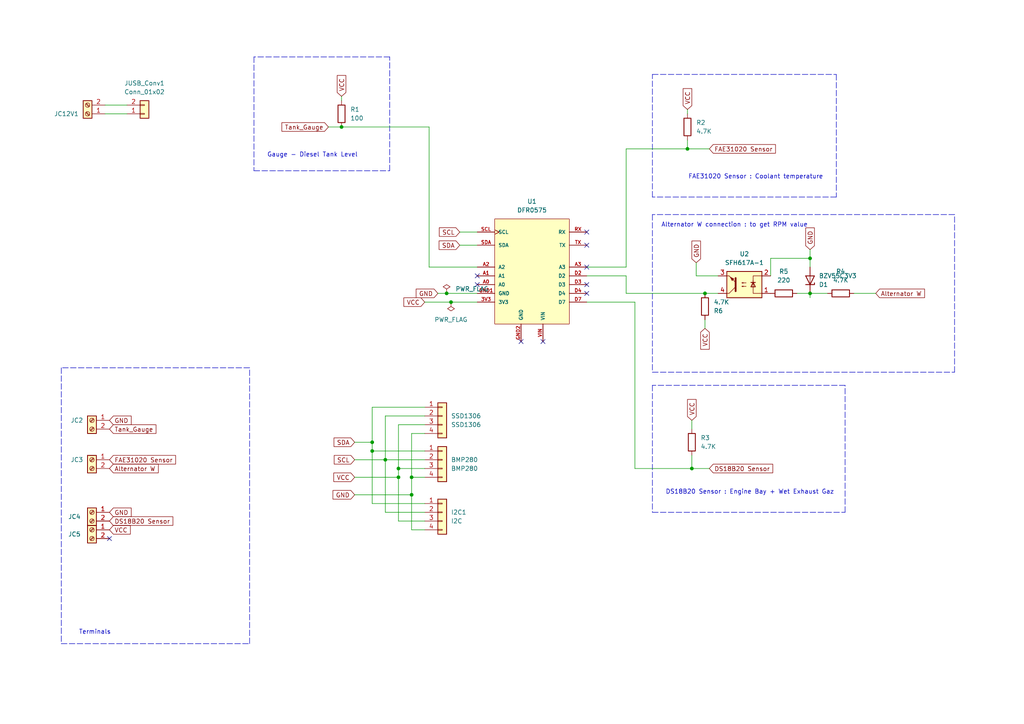
<source format=kicad_sch>
(kicad_sch (version 20211123) (generator eeschema)

  (uuid b14979ab-6438-44db-af04-403344a8c851)

  (paper "A4")

  (lib_symbols
    (symbol "Connector:Screw_Terminal_01x02" (pin_names (offset 1.016) hide) (in_bom yes) (on_board yes)
      (property "Reference" "J" (id 0) (at 0 2.54 0)
        (effects (font (size 1.27 1.27)))
      )
      (property "Value" "Screw_Terminal_01x02" (id 1) (at 0 -5.08 0)
        (effects (font (size 1.27 1.27)))
      )
      (property "Footprint" "" (id 2) (at 0 0 0)
        (effects (font (size 1.27 1.27)) hide)
      )
      (property "Datasheet" "~" (id 3) (at 0 0 0)
        (effects (font (size 1.27 1.27)) hide)
      )
      (property "ki_keywords" "screw terminal" (id 4) (at 0 0 0)
        (effects (font (size 1.27 1.27)) hide)
      )
      (property "ki_description" "Generic screw terminal, single row, 01x02, script generated (kicad-library-utils/schlib/autogen/connector/)" (id 5) (at 0 0 0)
        (effects (font (size 1.27 1.27)) hide)
      )
      (property "ki_fp_filters" "TerminalBlock*:*" (id 6) (at 0 0 0)
        (effects (font (size 1.27 1.27)) hide)
      )
      (symbol "Screw_Terminal_01x02_1_1"
        (rectangle (start -1.27 1.27) (end 1.27 -3.81)
          (stroke (width 0.254) (type default) (color 0 0 0 0))
          (fill (type background))
        )
        (circle (center 0 -2.54) (radius 0.635)
          (stroke (width 0.1524) (type default) (color 0 0 0 0))
          (fill (type none))
        )
        (polyline
          (pts
            (xy -0.5334 -2.2098)
            (xy 0.3302 -3.048)
          )
          (stroke (width 0.1524) (type default) (color 0 0 0 0))
          (fill (type none))
        )
        (polyline
          (pts
            (xy -0.5334 0.3302)
            (xy 0.3302 -0.508)
          )
          (stroke (width 0.1524) (type default) (color 0 0 0 0))
          (fill (type none))
        )
        (polyline
          (pts
            (xy -0.3556 -2.032)
            (xy 0.508 -2.8702)
          )
          (stroke (width 0.1524) (type default) (color 0 0 0 0))
          (fill (type none))
        )
        (polyline
          (pts
            (xy -0.3556 0.508)
            (xy 0.508 -0.3302)
          )
          (stroke (width 0.1524) (type default) (color 0 0 0 0))
          (fill (type none))
        )
        (circle (center 0 0) (radius 0.635)
          (stroke (width 0.1524) (type default) (color 0 0 0 0))
          (fill (type none))
        )
        (pin passive line (at -5.08 0 0) (length 3.81)
          (name "Pin_1" (effects (font (size 1.27 1.27))))
          (number "1" (effects (font (size 1.27 1.27))))
        )
        (pin passive line (at -5.08 -2.54 0) (length 3.81)
          (name "Pin_2" (effects (font (size 1.27 1.27))))
          (number "2" (effects (font (size 1.27 1.27))))
        )
      )
    )
    (symbol "Connector_Generic:Conn_01x02" (pin_names (offset 1.016) hide) (in_bom yes) (on_board yes)
      (property "Reference" "J" (id 0) (at 0 2.54 0)
        (effects (font (size 1.27 1.27)))
      )
      (property "Value" "Conn_01x02" (id 1) (at 0 -5.08 0)
        (effects (font (size 1.27 1.27)))
      )
      (property "Footprint" "" (id 2) (at 0 0 0)
        (effects (font (size 1.27 1.27)) hide)
      )
      (property "Datasheet" "~" (id 3) (at 0 0 0)
        (effects (font (size 1.27 1.27)) hide)
      )
      (property "ki_keywords" "connector" (id 4) (at 0 0 0)
        (effects (font (size 1.27 1.27)) hide)
      )
      (property "ki_description" "Generic connector, single row, 01x02, script generated (kicad-library-utils/schlib/autogen/connector/)" (id 5) (at 0 0 0)
        (effects (font (size 1.27 1.27)) hide)
      )
      (property "ki_fp_filters" "Connector*:*_1x??_*" (id 6) (at 0 0 0)
        (effects (font (size 1.27 1.27)) hide)
      )
      (symbol "Conn_01x02_1_1"
        (rectangle (start -1.27 -2.413) (end 0 -2.667)
          (stroke (width 0.1524) (type default) (color 0 0 0 0))
          (fill (type none))
        )
        (rectangle (start -1.27 0.127) (end 0 -0.127)
          (stroke (width 0.1524) (type default) (color 0 0 0 0))
          (fill (type none))
        )
        (rectangle (start -1.27 1.27) (end 1.27 -3.81)
          (stroke (width 0.254) (type default) (color 0 0 0 0))
          (fill (type background))
        )
        (pin passive line (at -5.08 0 0) (length 3.81)
          (name "Pin_1" (effects (font (size 1.27 1.27))))
          (number "1" (effects (font (size 1.27 1.27))))
        )
        (pin passive line (at -5.08 -2.54 0) (length 3.81)
          (name "Pin_2" (effects (font (size 1.27 1.27))))
          (number "2" (effects (font (size 1.27 1.27))))
        )
      )
    )
    (symbol "Connector_Generic:Conn_01x04" (pin_names (offset 1.016) hide) (in_bom yes) (on_board yes)
      (property "Reference" "J" (id 0) (at 0 5.08 0)
        (effects (font (size 1.27 1.27)))
      )
      (property "Value" "Conn_01x04" (id 1) (at 0 -7.62 0)
        (effects (font (size 1.27 1.27)))
      )
      (property "Footprint" "" (id 2) (at 0 0 0)
        (effects (font (size 1.27 1.27)) hide)
      )
      (property "Datasheet" "~" (id 3) (at 0 0 0)
        (effects (font (size 1.27 1.27)) hide)
      )
      (property "ki_keywords" "connector" (id 4) (at 0 0 0)
        (effects (font (size 1.27 1.27)) hide)
      )
      (property "ki_description" "Generic connector, single row, 01x04, script generated (kicad-library-utils/schlib/autogen/connector/)" (id 5) (at 0 0 0)
        (effects (font (size 1.27 1.27)) hide)
      )
      (property "ki_fp_filters" "Connector*:*_1x??_*" (id 6) (at 0 0 0)
        (effects (font (size 1.27 1.27)) hide)
      )
      (symbol "Conn_01x04_1_1"
        (rectangle (start -1.27 -4.953) (end 0 -5.207)
          (stroke (width 0.1524) (type default) (color 0 0 0 0))
          (fill (type none))
        )
        (rectangle (start -1.27 -2.413) (end 0 -2.667)
          (stroke (width 0.1524) (type default) (color 0 0 0 0))
          (fill (type none))
        )
        (rectangle (start -1.27 0.127) (end 0 -0.127)
          (stroke (width 0.1524) (type default) (color 0 0 0 0))
          (fill (type none))
        )
        (rectangle (start -1.27 2.667) (end 0 2.413)
          (stroke (width 0.1524) (type default) (color 0 0 0 0))
          (fill (type none))
        )
        (rectangle (start -1.27 3.81) (end 1.27 -6.35)
          (stroke (width 0.254) (type default) (color 0 0 0 0))
          (fill (type background))
        )
        (pin passive line (at -5.08 2.54 0) (length 3.81)
          (name "Pin_1" (effects (font (size 1.27 1.27))))
          (number "1" (effects (font (size 1.27 1.27))))
        )
        (pin passive line (at -5.08 0 0) (length 3.81)
          (name "Pin_2" (effects (font (size 1.27 1.27))))
          (number "2" (effects (font (size 1.27 1.27))))
        )
        (pin passive line (at -5.08 -2.54 0) (length 3.81)
          (name "Pin_3" (effects (font (size 1.27 1.27))))
          (number "3" (effects (font (size 1.27 1.27))))
        )
        (pin passive line (at -5.08 -5.08 0) (length 3.81)
          (name "Pin_4" (effects (font (size 1.27 1.27))))
          (number "4" (effects (font (size 1.27 1.27))))
        )
      )
    )
    (symbol "DFR0575:DFR0575" (pin_names (offset 1.016)) (in_bom yes) (on_board yes)
      (property "Reference" "U" (id 0) (at -10.16 29.21 0)
        (effects (font (size 1.27 1.27)) (justify left bottom))
      )
      (property "Value" "DFR0575" (id 1) (at -15.24 -7.62 0)
        (effects (font (size 1.27 1.27)) (justify left bottom))
      )
      (property "Footprint" "DFRobot - Modules:Beetle ESP32 (DFR0575)" (id 2) (at 13.97 -5.08 0)
        (effects (font (size 1.27 1.27)) (justify bottom) hide)
      )
      (property "Datasheet" "" (id 3) (at 0 0 0)
        (effects (font (size 1.27 1.27)) hide)
      )
      (property "MAXIMUM_PACKAGE_HEIGHT" "Epaisseur Max : 6mm" (id 4) (at 1.27 -24.13 0)
        (effects (font (size 1.27 1.27)) (justify bottom) hide)
      )
      (property "MANUFACTURER" "DFRobot" (id 5) (at -11.43 -5.08 0)
        (effects (font (size 1.27 1.27)) (justify bottom) hide)
      )
      (property "PARTREV" "" (id 6) (at 0 0 0)
        (effects (font (size 1.27 1.27)) (justify bottom) hide)
      )
      (property "STANDARD" "Manufacturer Recommendations" (id 7) (at 2.54 -20.32 0)
        (effects (font (size 1.27 1.27)) (justify bottom) hide)
      )
      (symbol "DFR0575_0_0"
        (rectangle (start -10.16 29.21) (end 11.43 -1.27)
          (stroke (width 0.1524) (type default) (color 0 0 0 0))
          (fill (type background))
        )
        (pin power_in line (at -15.24 5.08 0) (length 5.08)
          (name "3V3" (effects (font (size 1.016 1.016))))
          (number "3V3" (effects (font (size 1.016 1.016))))
        )
        (pin bidirectional line (at -15.24 10.16 0) (length 5.08)
          (name "A0" (effects (font (size 1.016 1.016))))
          (number "A0" (effects (font (size 1.016 1.016))))
        )
        (pin bidirectional line (at -15.24 12.7 0) (length 5.08)
          (name "A1" (effects (font (size 1.016 1.016))))
          (number "A1" (effects (font (size 1.016 1.016))))
        )
        (pin bidirectional line (at -15.24 15.24 0) (length 5.08)
          (name "A2" (effects (font (size 1.016 1.016))))
          (number "A2" (effects (font (size 1.016 1.016))))
        )
        (pin bidirectional line (at 16.51 15.24 180) (length 5.08)
          (name "A3" (effects (font (size 1.016 1.016))))
          (number "A3" (effects (font (size 1.016 1.016))))
        )
        (pin bidirectional line (at 16.51 12.7 180) (length 5.08)
          (name "D2" (effects (font (size 1.016 1.016))))
          (number "D2" (effects (font (size 1.016 1.016))))
        )
        (pin bidirectional line (at 16.51 10.16 180) (length 5.08)
          (name "D3" (effects (font (size 1.016 1.016))))
          (number "D3" (effects (font (size 1.016 1.016))))
        )
        (pin bidirectional line (at 16.51 7.62 180) (length 5.08)
          (name "D4" (effects (font (size 1.016 1.016))))
          (number "D4" (effects (font (size 1.016 1.016))))
        )
        (pin bidirectional line (at 16.51 5.08 180) (length 5.08)
          (name "D7" (effects (font (size 1.016 1.016))))
          (number "D7" (effects (font (size 1.016 1.016))))
        )
        (pin power_in line (at -15.24 7.62 0) (length 5.08)
          (name "GND" (effects (font (size 1.016 1.016))))
          (number "GND1" (effects (font (size 1.016 1.016))))
        )
        (pin power_in line (at -2.54 -6.35 90) (length 5.08)
          (name "GND" (effects (font (size 1.016 1.016))))
          (number "GND2" (effects (font (size 1.016 1.016))))
        )
        (pin input line (at 16.51 25.4 180) (length 5.08)
          (name "RX" (effects (font (size 1.016 1.016))))
          (number "RX" (effects (font (size 1.016 1.016))))
        )
        (pin input clock (at -15.24 25.4 0) (length 5.08)
          (name "SCL" (effects (font (size 1.016 1.016))))
          (number "SCL" (effects (font (size 1.016 1.016))))
        )
        (pin bidirectional line (at -15.24 21.59 0) (length 5.08)
          (name "SDA" (effects (font (size 1.016 1.016))))
          (number "SDA" (effects (font (size 1.016 1.016))))
        )
        (pin output line (at 16.51 21.59 180) (length 5.08)
          (name "TX" (effects (font (size 1.016 1.016))))
          (number "TX" (effects (font (size 1.016 1.016))))
        )
        (pin power_in line (at 3.81 -6.35 90) (length 5.08)
          (name "VIN" (effects (font (size 1.016 1.016))))
          (number "VIN" (effects (font (size 1.016 1.016))))
        )
      )
    )
    (symbol "Device:R" (pin_numbers hide) (pin_names (offset 0)) (in_bom yes) (on_board yes)
      (property "Reference" "R" (id 0) (at 2.032 0 90)
        (effects (font (size 1.27 1.27)))
      )
      (property "Value" "R" (id 1) (at 0 0 90)
        (effects (font (size 1.27 1.27)))
      )
      (property "Footprint" "" (id 2) (at -1.778 0 90)
        (effects (font (size 1.27 1.27)) hide)
      )
      (property "Datasheet" "~" (id 3) (at 0 0 0)
        (effects (font (size 1.27 1.27)) hide)
      )
      (property "ki_keywords" "R res resistor" (id 4) (at 0 0 0)
        (effects (font (size 1.27 1.27)) hide)
      )
      (property "ki_description" "Resistor" (id 5) (at 0 0 0)
        (effects (font (size 1.27 1.27)) hide)
      )
      (property "ki_fp_filters" "R_*" (id 6) (at 0 0 0)
        (effects (font (size 1.27 1.27)) hide)
      )
      (symbol "R_0_1"
        (rectangle (start -1.016 -2.54) (end 1.016 2.54)
          (stroke (width 0.254) (type default) (color 0 0 0 0))
          (fill (type none))
        )
      )
      (symbol "R_1_1"
        (pin passive line (at 0 3.81 270) (length 1.27)
          (name "~" (effects (font (size 1.27 1.27))))
          (number "1" (effects (font (size 1.27 1.27))))
        )
        (pin passive line (at 0 -3.81 90) (length 1.27)
          (name "~" (effects (font (size 1.27 1.27))))
          (number "2" (effects (font (size 1.27 1.27))))
        )
      )
    )
    (symbol "Diode:BZV55C3V3" (pin_numbers hide) (pin_names hide) (in_bom yes) (on_board yes)
      (property "Reference" "D" (id 0) (at 0 2.54 0)
        (effects (font (size 1.27 1.27)))
      )
      (property "Value" "BZV55C3V3" (id 1) (at 0 -2.54 0)
        (effects (font (size 1.27 1.27)))
      )
      (property "Footprint" "Diode_SMD:D_MiniMELF" (id 2) (at 0 -4.445 0)
        (effects (font (size 1.27 1.27)) hide)
      )
      (property "Datasheet" "https://assets.nexperia.com/documents/data-sheet/BZV55_SER.pdf" (id 3) (at 0 0 0)
        (effects (font (size 1.27 1.27)) hide)
      )
      (property "ki_keywords" "zener diode" (id 4) (at 0 0 0)
        (effects (font (size 1.27 1.27)) hide)
      )
      (property "ki_description" "3.3V, 500mW, 5%, Zener diode, MiniMELF" (id 5) (at 0 0 0)
        (effects (font (size 1.27 1.27)) hide)
      )
      (property "ki_fp_filters" "D*MiniMELF*" (id 6) (at 0 0 0)
        (effects (font (size 1.27 1.27)) hide)
      )
      (symbol "BZV55C3V3_0_1"
        (polyline
          (pts
            (xy 1.27 0)
            (xy -1.27 0)
          )
          (stroke (width 0) (type default) (color 0 0 0 0))
          (fill (type none))
        )
        (polyline
          (pts
            (xy -1.27 -1.27)
            (xy -1.27 1.27)
            (xy -0.762 1.27)
          )
          (stroke (width 0.254) (type default) (color 0 0 0 0))
          (fill (type none))
        )
        (polyline
          (pts
            (xy 1.27 -1.27)
            (xy 1.27 1.27)
            (xy -1.27 0)
            (xy 1.27 -1.27)
          )
          (stroke (width 0.254) (type default) (color 0 0 0 0))
          (fill (type none))
        )
      )
      (symbol "BZV55C3V3_1_1"
        (pin passive line (at -3.81 0 0) (length 2.54)
          (name "K" (effects (font (size 1.27 1.27))))
          (number "1" (effects (font (size 1.27 1.27))))
        )
        (pin passive line (at 3.81 0 180) (length 2.54)
          (name "A" (effects (font (size 1.27 1.27))))
          (number "2" (effects (font (size 1.27 1.27))))
        )
      )
    )
    (symbol "Isolator:SFH617A-1" (pin_names (offset 1.016)) (in_bom yes) (on_board yes)
      (property "Reference" "U" (id 0) (at -5.08 5.08 0)
        (effects (font (size 1.27 1.27)) (justify left))
      )
      (property "Value" "SFH617A-1" (id 1) (at 0 5.08 0)
        (effects (font (size 1.27 1.27)) (justify left))
      )
      (property "Footprint" "Package_DIP:DIP-4_W7.62mm" (id 2) (at -5.08 -5.08 0)
        (effects (font (size 1.27 1.27) italic) (justify left) hide)
      )
      (property "Datasheet" "http://www.vishay.com/docs/83740/sfh617a.pdf" (id 3) (at 0 0 0)
        (effects (font (size 1.27 1.27)) (justify left) hide)
      )
      (property "ki_keywords" "Optocoupler, Phototransistor Output, 5300 VRMS, VCEO 70V, CTR% 40-80" (id 4) (at 0 0 0)
        (effects (font (size 1.27 1.27)) hide)
      )
      (property "ki_description" "Optocoupler, Phototransistor Output, 5300 VRMS, VCEO 70V, CTR% 40-80, -55 to +110 degree Celcius, UL, BSI, FIMKO, cUL, THT PDIP-4" (id 5) (at 0 0 0)
        (effects (font (size 1.27 1.27)) hide)
      )
      (property "ki_fp_filters" "DIP*W7.62mm*" (id 6) (at 0 0 0)
        (effects (font (size 1.27 1.27)) hide)
      )
      (symbol "SFH617A-1_0_1"
        (rectangle (start -5.08 3.81) (end 5.08 -3.81)
          (stroke (width 0.254) (type default) (color 0 0 0 0))
          (fill (type background))
        )
        (polyline
          (pts
            (xy -3.175 -0.635)
            (xy -1.905 -0.635)
          )
          (stroke (width 0.254) (type default) (color 0 0 0 0))
          (fill (type none))
        )
        (polyline
          (pts
            (xy 2.54 0.635)
            (xy 4.445 2.54)
          )
          (stroke (width 0) (type default) (color 0 0 0 0))
          (fill (type none))
        )
        (polyline
          (pts
            (xy 4.445 -2.54)
            (xy 2.54 -0.635)
          )
          (stroke (width 0) (type default) (color 0 0 0 0))
          (fill (type outline))
        )
        (polyline
          (pts
            (xy 4.445 -2.54)
            (xy 5.08 -2.54)
          )
          (stroke (width 0) (type default) (color 0 0 0 0))
          (fill (type none))
        )
        (polyline
          (pts
            (xy 4.445 2.54)
            (xy 5.08 2.54)
          )
          (stroke (width 0) (type default) (color 0 0 0 0))
          (fill (type none))
        )
        (polyline
          (pts
            (xy -2.54 -0.635)
            (xy -2.54 -2.54)
            (xy -5.08 -2.54)
          )
          (stroke (width 0) (type default) (color 0 0 0 0))
          (fill (type none))
        )
        (polyline
          (pts
            (xy 2.54 1.905)
            (xy 2.54 -1.905)
            (xy 2.54 -1.905)
          )
          (stroke (width 0.508) (type default) (color 0 0 0 0))
          (fill (type none))
        )
        (polyline
          (pts
            (xy -5.08 2.54)
            (xy -2.54 2.54)
            (xy -2.54 -1.27)
            (xy -2.54 0.635)
          )
          (stroke (width 0) (type default) (color 0 0 0 0))
          (fill (type none))
        )
        (polyline
          (pts
            (xy -2.54 -0.635)
            (xy -3.175 0.635)
            (xy -1.905 0.635)
            (xy -2.54 -0.635)
          )
          (stroke (width 0.254) (type default) (color 0 0 0 0))
          (fill (type none))
        )
        (polyline
          (pts
            (xy -0.508 -0.508)
            (xy 0.762 -0.508)
            (xy 0.381 -0.635)
            (xy 0.381 -0.381)
            (xy 0.762 -0.508)
          )
          (stroke (width 0) (type default) (color 0 0 0 0))
          (fill (type none))
        )
        (polyline
          (pts
            (xy -0.508 0.508)
            (xy 0.762 0.508)
            (xy 0.381 0.381)
            (xy 0.381 0.635)
            (xy 0.762 0.508)
          )
          (stroke (width 0) (type default) (color 0 0 0 0))
          (fill (type none))
        )
        (polyline
          (pts
            (xy 3.048 -1.651)
            (xy 3.556 -1.143)
            (xy 4.064 -2.159)
            (xy 3.048 -1.651)
            (xy 3.048 -1.651)
          )
          (stroke (width 0) (type default) (color 0 0 0 0))
          (fill (type outline))
        )
      )
      (symbol "SFH617A-1_1_1"
        (pin passive line (at -7.62 2.54 0) (length 2.54)
          (name "~" (effects (font (size 1.27 1.27))))
          (number "1" (effects (font (size 1.27 1.27))))
        )
        (pin passive line (at -7.62 -2.54 0) (length 2.54)
          (name "~" (effects (font (size 1.27 1.27))))
          (number "2" (effects (font (size 1.27 1.27))))
        )
        (pin passive line (at 7.62 -2.54 180) (length 2.54)
          (name "~" (effects (font (size 1.27 1.27))))
          (number "3" (effects (font (size 1.27 1.27))))
        )
        (pin passive line (at 7.62 2.54 180) (length 2.54)
          (name "~" (effects (font (size 1.27 1.27))))
          (number "4" (effects (font (size 1.27 1.27))))
        )
      )
    )
    (symbol "power:PWR_FLAG" (power) (pin_numbers hide) (pin_names (offset 0) hide) (in_bom yes) (on_board yes)
      (property "Reference" "#FLG" (id 0) (at 0 1.905 0)
        (effects (font (size 1.27 1.27)) hide)
      )
      (property "Value" "PWR_FLAG" (id 1) (at 0 3.81 0)
        (effects (font (size 1.27 1.27)))
      )
      (property "Footprint" "" (id 2) (at 0 0 0)
        (effects (font (size 1.27 1.27)) hide)
      )
      (property "Datasheet" "~" (id 3) (at 0 0 0)
        (effects (font (size 1.27 1.27)) hide)
      )
      (property "ki_keywords" "power-flag" (id 4) (at 0 0 0)
        (effects (font (size 1.27 1.27)) hide)
      )
      (property "ki_description" "Special symbol for telling ERC where power comes from" (id 5) (at 0 0 0)
        (effects (font (size 1.27 1.27)) hide)
      )
      (symbol "PWR_FLAG_0_0"
        (pin power_out line (at 0 0 90) (length 0)
          (name "pwr" (effects (font (size 1.27 1.27))))
          (number "1" (effects (font (size 1.27 1.27))))
        )
      )
      (symbol "PWR_FLAG_0_1"
        (polyline
          (pts
            (xy 0 0)
            (xy 0 1.27)
            (xy -1.016 1.905)
            (xy 0 2.54)
            (xy 1.016 1.905)
            (xy 0 1.27)
          )
          (stroke (width 0) (type default) (color 0 0 0 0))
          (fill (type none))
        )
      )
    )
  )


  (junction (at 234.95 85.09) (diameter 0) (color 0 0 0 0)
    (uuid 0b675617-1846-4aea-bad8-b95e0d8a64a9)
  )
  (junction (at 130.81 87.63) (diameter 0) (color 0 0 0 0)
    (uuid 1f079441-797d-425d-b004-1ec28a7f54a9)
  )
  (junction (at 111.76 133.35) (diameter 0) (color 0 0 0 0)
    (uuid 1f28b587-4466-49ac-8209-3d82033cb62f)
  )
  (junction (at 99.06 36.83) (diameter 0) (color 0 0 0 0)
    (uuid 2ec39b30-c474-4d97-9401-a585b15a5419)
  )
  (junction (at 115.57 135.89) (diameter 0) (color 0 0 0 0)
    (uuid 393a80bd-278f-410f-bfd3-1631f189189d)
  )
  (junction (at 200.66 135.89) (diameter 0) (color 0 0 0 0)
    (uuid 4f4313a2-c0ba-4a32-8113-3f7fab9af761)
  )
  (junction (at 129.54 85.09) (diameter 0) (color 0 0 0 0)
    (uuid 50b5cda1-b966-458d-90e3-804a470ad66c)
  )
  (junction (at 204.47 85.09) (diameter 0) (color 0 0 0 0)
    (uuid 65a6e73b-436e-4a31-9439-03dca81d8449)
  )
  (junction (at 107.95 128.27) (diameter 0) (color 0 0 0 0)
    (uuid 66252d14-6384-4170-b406-c7a7456d6614)
  )
  (junction (at 115.57 138.43) (diameter 0) (color 0 0 0 0)
    (uuid 6c7ad546-fd4c-4c3d-96c8-82d24e81c944)
  )
  (junction (at 119.38 138.43) (diameter 0) (color 0 0 0 0)
    (uuid 81e97bce-6ed7-46bc-a35a-b457b8b23a94)
  )
  (junction (at 199.39 43.18) (diameter 0) (color 0 0 0 0)
    (uuid 8ec410b6-e6f0-4526-a7e8-3ff73f5c6b88)
  )
  (junction (at 107.95 130.81) (diameter 0) (color 0 0 0 0)
    (uuid 9f3fd491-0aec-4524-b7ec-d0aa04df0b2d)
  )
  (junction (at 234.95 74.93) (diameter 0) (color 0 0 0 0)
    (uuid aa45e9d8-939b-4b5b-99fa-65859c3e2506)
  )
  (junction (at 119.38 143.51) (diameter 0) (color 0 0 0 0)
    (uuid ceb853b5-79ed-4864-9b29-bdfedb8a276f)
  )

  (no_connect (at 170.18 85.09) (uuid 127f5a4c-924c-46e4-bf52-5351490eac2c))
  (no_connect (at 138.43 80.01) (uuid 18346e94-4d10-49ed-8cb5-3b1652c19bb0))
  (no_connect (at 138.43 82.55) (uuid 5307d207-01fc-450b-915c-c8c76a070755))
  (no_connect (at 170.18 77.47) (uuid acf66404-dd5a-493b-bb16-fc0f08f156c3))
  (no_connect (at 170.18 82.55) (uuid c5a5eea3-6afc-4dc3-afd6-6db4ce073bd8))
  (no_connect (at 170.18 71.12) (uuid c5a5eea3-6afc-4dc3-afd6-6db4ce073bda))
  (no_connect (at 170.18 67.31) (uuid c5a5eea3-6afc-4dc3-afd6-6db4ce073bdb))
  (no_connect (at 151.13 99.06) (uuid ce2406e3-2c24-4ff2-8a0f-807de252c5ea))
  (no_connect (at 157.48 99.06) (uuid ce2406e3-2c24-4ff2-8a0f-807de252c5eb))
  (no_connect (at 31.75 156.21) (uuid db411e25-b6bd-4308-94aa-b2347b3b5454))

  (wire (pts (xy 119.38 138.43) (xy 119.38 143.51))
    (stroke (width 0) (type default) (color 0 0 0 0))
    (uuid 02454dda-075c-48d9-87e1-bc970b8b6eae)
  )
  (polyline (pts (xy 189.23 57.15) (xy 189.23 21.59))
    (stroke (width 0) (type default) (color 0 0 0 0))
    (uuid 046b38cf-8974-4609-8189-799b829a8d60)
  )

  (wire (pts (xy 115.57 151.13) (xy 123.19 151.13))
    (stroke (width 0) (type default) (color 0 0 0 0))
    (uuid 06107d17-0f47-4a1c-8ff9-5045d97fb51f)
  )
  (polyline (pts (xy 276.86 107.95) (xy 276.86 62.23))
    (stroke (width 0) (type default) (color 0 0 0 0))
    (uuid 0aaccd08-504b-4dc6-b239-5fda949cfb6b)
  )
  (polyline (pts (xy 245.11 148.59) (xy 245.11 111.76))
    (stroke (width 0) (type default) (color 0 0 0 0))
    (uuid 0ea7808e-7a24-493e-8437-18ebd3801955)
  )

  (wire (pts (xy 115.57 135.89) (xy 123.19 135.89))
    (stroke (width 0) (type default) (color 0 0 0 0))
    (uuid 114724f0-b167-45a0-b3e4-6deab8248cb7)
  )
  (polyline (pts (xy 72.39 186.69) (xy 72.39 106.68))
    (stroke (width 0) (type default) (color 0 0 0 0))
    (uuid 11537833-a6f1-45a1-a9d1-b2720e8992e8)
  )

  (wire (pts (xy 204.47 85.09) (xy 181.61 85.09))
    (stroke (width 0) (type default) (color 0 0 0 0))
    (uuid 1310db6c-5b7b-4302-8521-faf8020445f0)
  )
  (polyline (pts (xy 113.03 49.53) (xy 113.03 16.51))
    (stroke (width 0) (type default) (color 0 0 0 0))
    (uuid 150883fa-d75a-49e7-b90e-07120b4832b9)
  )

  (wire (pts (xy 234.95 74.93) (xy 234.95 72.39))
    (stroke (width 0) (type default) (color 0 0 0 0))
    (uuid 15d32985-5f45-4e44-8f25-5477e273a04d)
  )
  (wire (pts (xy 95.25 36.83) (xy 99.06 36.83))
    (stroke (width 0) (type default) (color 0 0 0 0))
    (uuid 176a65e1-0f38-452b-8905-233c654d8fe9)
  )
  (wire (pts (xy 181.61 77.47) (xy 170.18 77.47))
    (stroke (width 0) (type default) (color 0 0 0 0))
    (uuid 18eb7933-75ea-4381-afa8-6a727343a9a6)
  )
  (polyline (pts (xy 276.86 62.23) (xy 189.23 62.23))
    (stroke (width 0) (type default) (color 0 0 0 0))
    (uuid 19441e79-0716-4161-b1c5-b8ec4071442f)
  )

  (wire (pts (xy 204.47 85.09) (xy 208.28 85.09))
    (stroke (width 0) (type default) (color 0 0 0 0))
    (uuid 1be841ab-58b8-4e05-b8e1-b70b4506328a)
  )
  (polyline (pts (xy 242.57 57.15) (xy 189.23 57.15))
    (stroke (width 0) (type default) (color 0 0 0 0))
    (uuid 1f072594-af65-4458-b1f1-109707ba35fd)
  )

  (wire (pts (xy 102.87 143.51) (xy 119.38 143.51))
    (stroke (width 0) (type default) (color 0 0 0 0))
    (uuid 221ec36d-84cd-46a2-88e1-13063fc25eb2)
  )
  (wire (pts (xy 199.39 40.64) (xy 199.39 43.18))
    (stroke (width 0) (type default) (color 0 0 0 0))
    (uuid 2960ee19-56ad-476a-b672-ed7bd2ca594c)
  )
  (wire (pts (xy 107.95 130.81) (xy 123.19 130.81))
    (stroke (width 0) (type default) (color 0 0 0 0))
    (uuid 3416dcd9-3b85-4826-b986-8dcfe2cd4619)
  )
  (wire (pts (xy 138.43 77.47) (xy 124.46 77.47))
    (stroke (width 0) (type default) (color 0 0 0 0))
    (uuid 341c46d9-cd12-410d-861a-5bc58d62e109)
  )
  (wire (pts (xy 30.48 30.48) (xy 36.83 30.48))
    (stroke (width 0) (type default) (color 0 0 0 0))
    (uuid 35b6a6ab-bdc3-4174-a405-1453400eafd4)
  )
  (wire (pts (xy 184.15 87.63) (xy 184.15 135.89))
    (stroke (width 0) (type default) (color 0 0 0 0))
    (uuid 3620cbbc-b048-4503-a630-334937daee99)
  )
  (wire (pts (xy 200.66 132.08) (xy 200.66 135.89))
    (stroke (width 0) (type default) (color 0 0 0 0))
    (uuid 36da58a1-7ba2-4674-b282-2c553144cee0)
  )
  (polyline (pts (xy 17.78 106.68) (xy 17.78 186.69))
    (stroke (width 0) (type default) (color 0 0 0 0))
    (uuid 39718c0d-926c-47c8-84f3-34031d069d16)
  )

  (wire (pts (xy 119.38 153.67) (xy 123.19 153.67))
    (stroke (width 0) (type default) (color 0 0 0 0))
    (uuid 3a3a2190-7f06-4fb3-99ff-c9eadd708d1b)
  )
  (wire (pts (xy 234.95 77.47) (xy 234.95 74.93))
    (stroke (width 0) (type default) (color 0 0 0 0))
    (uuid 3b9d2287-4a5d-442d-b16b-818db98bd343)
  )
  (wire (pts (xy 201.93 80.01) (xy 208.28 80.01))
    (stroke (width 0) (type default) (color 0 0 0 0))
    (uuid 3c3f5312-dfb3-4fa9-a5f1-fc32c6d89a32)
  )
  (polyline (pts (xy 189.23 107.95) (xy 276.86 107.95))
    (stroke (width 0) (type default) (color 0 0 0 0))
    (uuid 42670ad6-5c0a-4155-bab3-56388dc704fa)
  )

  (wire (pts (xy 111.76 133.35) (xy 111.76 148.59))
    (stroke (width 0) (type default) (color 0 0 0 0))
    (uuid 439759c2-b11b-4628-b082-acb7c805f82f)
  )
  (wire (pts (xy 130.81 87.63) (xy 138.43 87.63))
    (stroke (width 0) (type default) (color 0 0 0 0))
    (uuid 43b2d345-3657-460f-9424-3dd14f76a5ac)
  )
  (wire (pts (xy 102.87 138.43) (xy 115.57 138.43))
    (stroke (width 0) (type default) (color 0 0 0 0))
    (uuid 489c3015-e23a-4e6a-b795-a67ca705db77)
  )
  (wire (pts (xy 124.46 36.83) (xy 99.06 36.83))
    (stroke (width 0) (type default) (color 0 0 0 0))
    (uuid 4c431c32-a2e9-43c7-963a-09bd5523e1c8)
  )
  (wire (pts (xy 119.38 138.43) (xy 123.19 138.43))
    (stroke (width 0) (type default) (color 0 0 0 0))
    (uuid 4e3240dc-2959-499d-94ee-3cfa54ab328d)
  )
  (wire (pts (xy 115.57 123.19) (xy 123.19 123.19))
    (stroke (width 0) (type default) (color 0 0 0 0))
    (uuid 4f1e5e83-ceb6-4eb3-8c9a-f62131163b6c)
  )
  (wire (pts (xy 184.15 135.89) (xy 200.66 135.89))
    (stroke (width 0) (type default) (color 0 0 0 0))
    (uuid 5a73a75e-1598-47fe-85f4-c58ea70badc3)
  )
  (wire (pts (xy 200.66 121.92) (xy 200.66 124.46))
    (stroke (width 0) (type default) (color 0 0 0 0))
    (uuid 5e1c632e-06a6-49f7-b013-c2bdb8563057)
  )
  (wire (pts (xy 181.61 85.09) (xy 181.61 80.01))
    (stroke (width 0) (type default) (color 0 0 0 0))
    (uuid 5ee5e22d-3974-4ec5-bd5c-f63dad1c6624)
  )
  (wire (pts (xy 199.39 31.75) (xy 199.39 33.02))
    (stroke (width 0) (type default) (color 0 0 0 0))
    (uuid 62360871-952b-44b7-a349-280521180755)
  )
  (polyline (pts (xy 17.78 186.69) (xy 72.39 186.69))
    (stroke (width 0) (type default) (color 0 0 0 0))
    (uuid 6b0e788a-df84-4263-80c3-1e27f6454e45)
  )

  (wire (pts (xy 254 85.09) (xy 247.65 85.09))
    (stroke (width 0) (type default) (color 0 0 0 0))
    (uuid 72e2b82f-02a9-42ca-a3bc-7497125bb1ae)
  )
  (wire (pts (xy 119.38 125.73) (xy 119.38 138.43))
    (stroke (width 0) (type default) (color 0 0 0 0))
    (uuid 751bc368-d2d3-47c1-a660-7ea6b9c4f975)
  )
  (wire (pts (xy 223.52 80.01) (xy 223.52 74.93))
    (stroke (width 0) (type default) (color 0 0 0 0))
    (uuid 76b551de-cf04-479f-abd6-b0b4544ff883)
  )
  (wire (pts (xy 181.61 43.18) (xy 181.61 77.47))
    (stroke (width 0) (type default) (color 0 0 0 0))
    (uuid 77fbec86-0305-4cb1-9907-5578724690a6)
  )
  (wire (pts (xy 204.47 95.25) (xy 204.47 92.71))
    (stroke (width 0) (type default) (color 0 0 0 0))
    (uuid 7a6edff8-543e-45d3-8fd5-75b4a700071b)
  )
  (wire (pts (xy 240.03 85.09) (xy 234.95 85.09))
    (stroke (width 0) (type default) (color 0 0 0 0))
    (uuid 7c9f0e1d-e69d-4529-bc6c-72ab1ecf0a33)
  )
  (polyline (pts (xy 113.03 16.51) (xy 73.66 16.51))
    (stroke (width 0) (type default) (color 0 0 0 0))
    (uuid 8448010c-d688-4fbf-8484-f442fdc05476)
  )

  (wire (pts (xy 115.57 123.19) (xy 115.57 135.89))
    (stroke (width 0) (type default) (color 0 0 0 0))
    (uuid 88e12fec-7bdb-4300-9b11-6117cf939b87)
  )
  (wire (pts (xy 123.19 87.63) (xy 130.81 87.63))
    (stroke (width 0) (type default) (color 0 0 0 0))
    (uuid 90f4f4fa-a9df-4f4f-86e1-2fb9b39f6124)
  )
  (wire (pts (xy 124.46 77.47) (xy 124.46 36.83))
    (stroke (width 0) (type default) (color 0 0 0 0))
    (uuid 940d2fee-3141-4f3b-b7c1-8fb282da63cb)
  )
  (wire (pts (xy 200.66 135.89) (xy 205.74 135.89))
    (stroke (width 0) (type default) (color 0 0 0 0))
    (uuid 972c3cf1-123c-490d-b793-95b0e5169eb8)
  )
  (wire (pts (xy 107.95 128.27) (xy 107.95 118.11))
    (stroke (width 0) (type default) (color 0 0 0 0))
    (uuid 9b5087fd-b1da-44bc-b462-4bda96f7f150)
  )
  (polyline (pts (xy 73.66 49.53) (xy 113.03 49.53))
    (stroke (width 0) (type default) (color 0 0 0 0))
    (uuid 9c087b40-036c-4b66-8237-30045f31f292)
  )

  (wire (pts (xy 201.93 76.2) (xy 201.93 80.01))
    (stroke (width 0) (type default) (color 0 0 0 0))
    (uuid 9c4a8066-d7dc-425f-b5ce-d06d5ec1e252)
  )
  (wire (pts (xy 170.18 87.63) (xy 184.15 87.63))
    (stroke (width 0) (type default) (color 0 0 0 0))
    (uuid 9f562fa9-4dce-4544-9d34-072bc87cbc95)
  )
  (wire (pts (xy 99.06 27.94) (xy 99.06 29.21))
    (stroke (width 0) (type default) (color 0 0 0 0))
    (uuid a1573e94-6d8a-4ca3-a200-230798f63d63)
  )
  (wire (pts (xy 115.57 135.89) (xy 115.57 138.43))
    (stroke (width 0) (type default) (color 0 0 0 0))
    (uuid a4002963-02cd-499f-99bd-c750b8897a72)
  )
  (wire (pts (xy 133.35 67.31) (xy 138.43 67.31))
    (stroke (width 0) (type default) (color 0 0 0 0))
    (uuid a4557a3f-90b9-4689-b19e-fd063b08cef3)
  )
  (wire (pts (xy 199.39 43.18) (xy 181.61 43.18))
    (stroke (width 0) (type default) (color 0 0 0 0))
    (uuid a912d9e7-e07c-4ade-88ad-5419ebe0d5bc)
  )
  (wire (pts (xy 111.76 120.65) (xy 123.19 120.65))
    (stroke (width 0) (type default) (color 0 0 0 0))
    (uuid b4545a2f-efd4-4aee-aeec-39e51323ce4b)
  )
  (wire (pts (xy 111.76 133.35) (xy 123.19 133.35))
    (stroke (width 0) (type default) (color 0 0 0 0))
    (uuid b4ab50f4-6baa-4ac1-bcb9-11205e9d634d)
  )
  (wire (pts (xy 107.95 130.81) (xy 107.95 146.05))
    (stroke (width 0) (type default) (color 0 0 0 0))
    (uuid b79cdf51-5998-494d-9938-39dfbae22fdf)
  )
  (wire (pts (xy 129.54 85.09) (xy 138.43 85.09))
    (stroke (width 0) (type default) (color 0 0 0 0))
    (uuid b8113148-d36c-4e8f-ad75-0b9e3c975a7b)
  )
  (polyline (pts (xy 73.66 16.51) (xy 73.66 49.53))
    (stroke (width 0) (type default) (color 0 0 0 0))
    (uuid bb10b9f5-b2b1-4c8f-b6f1-be014a7d7937)
  )
  (polyline (pts (xy 189.23 21.59) (xy 242.57 21.59))
    (stroke (width 0) (type default) (color 0 0 0 0))
    (uuid c0cd9e27-fd72-4c8c-a912-b4a2a8b87eeb)
  )

  (wire (pts (xy 119.38 125.73) (xy 123.19 125.73))
    (stroke (width 0) (type default) (color 0 0 0 0))
    (uuid c2ab6900-cadb-478e-a9fb-9255b2d463ef)
  )
  (polyline (pts (xy 189.23 62.23) (xy 189.23 107.95))
    (stroke (width 0) (type default) (color 0 0 0 0))
    (uuid c8478fcc-2875-4a55-b86d-d35e0e6ab7ee)
  )

  (wire (pts (xy 111.76 148.59) (xy 123.19 148.59))
    (stroke (width 0) (type default) (color 0 0 0 0))
    (uuid c942007a-2545-44a5-adc2-cf854de8eef9)
  )
  (wire (pts (xy 107.95 118.11) (xy 123.19 118.11))
    (stroke (width 0) (type default) (color 0 0 0 0))
    (uuid cb3d92ac-55b0-4fd6-9ea2-2c346432037a)
  )
  (wire (pts (xy 107.95 146.05) (xy 123.19 146.05))
    (stroke (width 0) (type default) (color 0 0 0 0))
    (uuid cbcc86bb-2a79-4c3b-8c30-205cb3b69ab0)
  )
  (wire (pts (xy 234.95 85.09) (xy 231.14 85.09))
    (stroke (width 0) (type default) (color 0 0 0 0))
    (uuid d1573a5e-46c3-4dbc-af85-9b2dc6da712c)
  )
  (polyline (pts (xy 189.23 111.76) (xy 189.23 148.59))
    (stroke (width 0) (type default) (color 0 0 0 0))
    (uuid d65dac9c-9dc8-4b63-bf64-1a4d10e9a8d5)
  )
  (polyline (pts (xy 242.57 21.59) (xy 242.57 57.15))
    (stroke (width 0) (type default) (color 0 0 0 0))
    (uuid db69a0f3-e050-4d3f-b8cf-fdd22b08b7fe)
  )

  (wire (pts (xy 102.87 128.27) (xy 107.95 128.27))
    (stroke (width 0) (type default) (color 0 0 0 0))
    (uuid e6900750-cf64-4237-918d-a9811310d550)
  )
  (polyline (pts (xy 72.39 106.68) (xy 17.78 106.68))
    (stroke (width 0) (type default) (color 0 0 0 0))
    (uuid e97ba584-806b-45d6-b53d-4e7ca6bcff77)
  )

  (wire (pts (xy 111.76 133.35) (xy 111.76 120.65))
    (stroke (width 0) (type default) (color 0 0 0 0))
    (uuid e98e656c-fdd6-42ea-81cc-5fe1941a85f7)
  )
  (wire (pts (xy 102.87 133.35) (xy 111.76 133.35))
    (stroke (width 0) (type default) (color 0 0 0 0))
    (uuid ebf9ee2f-8a49-4aec-b7a2-aafc5032739d)
  )
  (wire (pts (xy 181.61 80.01) (xy 170.18 80.01))
    (stroke (width 0) (type default) (color 0 0 0 0))
    (uuid ecac5eea-5b46-45c3-b814-30bd8291593d)
  )
  (polyline (pts (xy 189.23 148.59) (xy 245.11 148.59))
    (stroke (width 0) (type default) (color 0 0 0 0))
    (uuid edbffdaa-e638-45c2-94f9-f911c840e0db)
  )

  (wire (pts (xy 115.57 138.43) (xy 115.57 151.13))
    (stroke (width 0) (type default) (color 0 0 0 0))
    (uuid ee22c049-b2be-4afd-ab51-870f3cccf29a)
  )
  (wire (pts (xy 234.95 86.36) (xy 234.95 85.09))
    (stroke (width 0) (type default) (color 0 0 0 0))
    (uuid ef3055bf-d918-4c03-a129-48365476821c)
  )
  (wire (pts (xy 223.52 74.93) (xy 234.95 74.93))
    (stroke (width 0) (type default) (color 0 0 0 0))
    (uuid f20fb05d-0dc4-48e3-89d2-df2e6cc6603c)
  )
  (wire (pts (xy 30.48 33.02) (xy 36.83 33.02))
    (stroke (width 0) (type default) (color 0 0 0 0))
    (uuid f6158765-09e4-42c3-ab58-7b9337f714e7)
  )
  (wire (pts (xy 127 85.09) (xy 129.54 85.09))
    (stroke (width 0) (type default) (color 0 0 0 0))
    (uuid f6ef09a4-40b6-4f9b-bbd8-46e3770f1479)
  )
  (polyline (pts (xy 245.11 111.76) (xy 189.23 111.76))
    (stroke (width 0) (type default) (color 0 0 0 0))
    (uuid f82d023a-d71e-4cc7-befb-fa15bc28838c)
  )

  (wire (pts (xy 107.95 128.27) (xy 107.95 130.81))
    (stroke (width 0) (type default) (color 0 0 0 0))
    (uuid f879578d-5556-4e4d-bfd9-bb915eb838a7)
  )
  (wire (pts (xy 133.35 71.12) (xy 138.43 71.12))
    (stroke (width 0) (type default) (color 0 0 0 0))
    (uuid f9b1f9a6-5e72-4d07-b48c-19640f505816)
  )
  (wire (pts (xy 119.38 143.51) (xy 119.38 153.67))
    (stroke (width 0) (type default) (color 0 0 0 0))
    (uuid fba4d46a-0829-4b1c-99aa-9213413da1fd)
  )
  (wire (pts (xy 199.39 43.18) (xy 205.74 43.18))
    (stroke (width 0) (type default) (color 0 0 0 0))
    (uuid fd27f3a0-9617-4c87-9988-6c749bf646e3)
  )

  (text "Terminals" (at 22.86 184.15 0)
    (effects (font (size 1.27 1.27)) (justify left bottom))
    (uuid 124e8dc1-facc-4461-820e-388ee1b17a54)
  )
  (text "DS18B20 Sensor : Engine Bay + Wet Exhaust Gaz" (at 193.04 143.51 0)
    (effects (font (size 1.27 1.27)) (justify left bottom))
    (uuid 13dd8120-6544-4353-b3c3-83d3a089b8ad)
  )
  (text "FAE31020 Sensor : Coolant temperature" (at 238.76 52.07 180)
    (effects (font (size 1.27 1.27)) (justify right bottom))
    (uuid 7c59497e-6387-4f05-b754-00dbdf3c27fe)
  )
  (text "Alternator W connection : to get RPM value" (at 191.77 66.04 0)
    (effects (font (size 1.27 1.27)) (justify left bottom))
    (uuid aa262163-d3fb-49a3-a888-e196fc8f9076)
  )
  (text "Gauge - Diesel Tank Level" (at 77.47 45.72 0)
    (effects (font (size 1.27 1.27)) (justify left bottom))
    (uuid f971e1a4-07dc-41df-b1a0-6533ad9d0e7c)
  )

  (global_label "DS18B20 Sensor" (shape input) (at 205.74 135.89 0) (fields_autoplaced)
    (effects (font (size 1.27 1.27)) (justify left))
    (uuid 124acdfc-1511-40cf-94db-240d472fe936)
    (property "Intersheet References" "${INTERSHEET_REFS}" (id 0) (at 224.1188 135.8106 0)
      (effects (font (size 1.27 1.27)) (justify left) hide)
    )
  )
  (global_label "VCC" (shape input) (at 31.75 153.67 0) (fields_autoplaced)
    (effects (font (size 1.27 1.27)) (justify left))
    (uuid 1656de93-a749-4ecf-94f1-80c2f2a9b849)
    (property "Intersheet References" "${INTERSHEET_REFS}" (id 0) (at 37.7917 153.5906 0)
      (effects (font (size 1.27 1.27)) (justify left) hide)
    )
  )
  (global_label "SCL" (shape input) (at 133.35 67.31 180) (fields_autoplaced)
    (effects (font (size 1.27 1.27)) (justify right))
    (uuid 1d0e6af7-45a1-4cee-a5a8-082716bc4fba)
    (property "Intersheet References" "${INTERSHEET_REFS}" (id 0) (at 127.4293 67.2306 0)
      (effects (font (size 1.27 1.27)) (justify right) hide)
    )
  )
  (global_label "GND" (shape input) (at 201.93 76.2 90) (fields_autoplaced)
    (effects (font (size 1.27 1.27)) (justify left))
    (uuid 1d996a5b-689c-4874-b107-cf722261da96)
    (property "Intersheet References" "${INTERSHEET_REFS}" (id 0) (at 201.8506 69.9164 90)
      (effects (font (size 1.27 1.27)) (justify right) hide)
    )
  )
  (global_label "SDA" (shape input) (at 133.35 71.12 180) (fields_autoplaced)
    (effects (font (size 1.27 1.27)) (justify right))
    (uuid 2bc494a1-65b7-4039-9566-796f629be2f9)
    (property "Intersheet References" "${INTERSHEET_REFS}" (id 0) (at 127.3688 71.0406 0)
      (effects (font (size 1.27 1.27)) (justify right) hide)
    )
  )
  (global_label "VCC" (shape input) (at 102.87 138.43 180) (fields_autoplaced)
    (effects (font (size 1.27 1.27)) (justify right))
    (uuid 2c9e0aeb-ebe2-452e-80fa-c8139be3c6fb)
    (property "Intersheet References" "${INTERSHEET_REFS}" (id 0) (at 96.8283 138.5094 0)
      (effects (font (size 1.27 1.27)) (justify right) hide)
    )
  )
  (global_label "Alternator W" (shape input) (at 31.75 135.89 0) (fields_autoplaced)
    (effects (font (size 1.27 1.27)) (justify left))
    (uuid 31669649-5551-4db6-8f78-1f69b4bf9076)
    (property "Intersheet References" "${INTERSHEET_REFS}" (id 0) (at 45.8955 135.8106 0)
      (effects (font (size 1.27 1.27)) (justify left) hide)
    )
  )
  (global_label "Tank_Gauge" (shape input) (at 31.75 124.46 0) (fields_autoplaced)
    (effects (font (size 1.27 1.27)) (justify left))
    (uuid 34504c11-55e0-44d8-9d55-9377f57e54f5)
    (property "Intersheet References" "${INTERSHEET_REFS}" (id 0) (at 45.2302 124.3806 0)
      (effects (font (size 1.27 1.27)) (justify left) hide)
    )
  )
  (global_label "GND" (shape input) (at 31.75 148.59 0) (fields_autoplaced)
    (effects (font (size 1.27 1.27)) (justify left))
    (uuid 43fb342e-a3a6-4c76-ba01-d65bb4167514)
    (property "Intersheet References" "${INTERSHEET_REFS}" (id 0) (at 38.0336 148.5106 0)
      (effects (font (size 1.27 1.27)) (justify left) hide)
    )
  )
  (global_label "FAE31020 Sensor" (shape input) (at 31.75 133.35 0) (fields_autoplaced)
    (effects (font (size 1.27 1.27)) (justify left))
    (uuid 44252ed8-926d-445c-bb87-147547d1b3dd)
    (property "Intersheet References" "${INTERSHEET_REFS}" (id 0) (at 50.915 133.2706 0)
      (effects (font (size 1.27 1.27)) (justify left) hide)
    )
  )
  (global_label "Tank_Gauge" (shape input) (at 95.25 36.83 180) (fields_autoplaced)
    (effects (font (size 1.27 1.27)) (justify right))
    (uuid 469e579b-15ca-4770-9a4d-80c34dbd324d)
    (property "Intersheet References" "${INTERSHEET_REFS}" (id 0) (at 81.7698 36.7506 0)
      (effects (font (size 1.27 1.27)) (justify right) hide)
    )
  )
  (global_label "SDA" (shape input) (at 102.87 128.27 180) (fields_autoplaced)
    (effects (font (size 1.27 1.27)) (justify right))
    (uuid 51dc8b62-e140-40bf-a64a-3d2760ae7689)
    (property "Intersheet References" "${INTERSHEET_REFS}" (id 0) (at 96.8888 128.1906 0)
      (effects (font (size 1.27 1.27)) (justify right) hide)
    )
  )
  (global_label "Alternator W" (shape input) (at 254 85.09 0) (fields_autoplaced)
    (effects (font (size 1.27 1.27)) (justify left))
    (uuid 629079aa-36f6-4eec-bbad-8ec377316930)
    (property "Intersheet References" "${INTERSHEET_REFS}" (id 0) (at 268.1455 85.0106 0)
      (effects (font (size 1.27 1.27)) (justify left) hide)
    )
  )
  (global_label "VCC" (shape input) (at 204.47 95.25 270) (fields_autoplaced)
    (effects (font (size 1.27 1.27)) (justify right))
    (uuid 633c247a-0a27-4da3-b200-55d80af497e5)
    (property "Intersheet References" "${INTERSHEET_REFS}" (id 0) (at 204.5494 101.2917 90)
      (effects (font (size 1.27 1.27)) (justify right) hide)
    )
  )
  (global_label "SCL" (shape input) (at 102.87 133.35 180) (fields_autoplaced)
    (effects (font (size 1.27 1.27)) (justify right))
    (uuid 67f2d31e-e176-4f47-968a-234f7d8fe791)
    (property "Intersheet References" "${INTERSHEET_REFS}" (id 0) (at 96.9493 133.2706 0)
      (effects (font (size 1.27 1.27)) (justify right) hide)
    )
  )
  (global_label "FAE31020 Sensor" (shape input) (at 205.74 43.18 0) (fields_autoplaced)
    (effects (font (size 1.27 1.27)) (justify left))
    (uuid 716d34b7-e96f-41bc-8369-744139b80681)
    (property "Intersheet References" "${INTERSHEET_REFS}" (id 0) (at 224.905 43.1006 0)
      (effects (font (size 1.27 1.27)) (justify left) hide)
    )
  )
  (global_label "GND" (shape input) (at 127 85.09 180) (fields_autoplaced)
    (effects (font (size 1.27 1.27)) (justify right))
    (uuid 73dd87e7-2ef5-4f9f-8142-5f45563e413b)
    (property "Intersheet References" "${INTERSHEET_REFS}" (id 0) (at 120.7164 85.0106 0)
      (effects (font (size 1.27 1.27)) (justify right) hide)
    )
  )
  (global_label "GND" (shape input) (at 31.75 121.92 0) (fields_autoplaced)
    (effects (font (size 1.27 1.27)) (justify left))
    (uuid 7f6731c8-3004-4789-ae23-667fff7b5afc)
    (property "Intersheet References" "${INTERSHEET_REFS}" (id 0) (at 38.0336 121.9994 0)
      (effects (font (size 1.27 1.27)) (justify left) hide)
    )
  )
  (global_label "GND" (shape input) (at 234.95 72.39 90) (fields_autoplaced)
    (effects (font (size 1.27 1.27)) (justify left))
    (uuid 817f56d7-3995-4b27-84b2-0cded97891c6)
    (property "Intersheet References" "${INTERSHEET_REFS}" (id 0) (at 234.8706 66.1064 90)
      (effects (font (size 1.27 1.27)) (justify right) hide)
    )
  )
  (global_label "DS18B20 Sensor" (shape input) (at 31.75 151.13 0) (fields_autoplaced)
    (effects (font (size 1.27 1.27)) (justify left))
    (uuid 8273d7c8-7ba5-40b3-8d57-2fcee53c21d8)
    (property "Intersheet References" "${INTERSHEET_REFS}" (id 0) (at 50.1288 151.0506 0)
      (effects (font (size 1.27 1.27)) (justify left) hide)
    )
  )
  (global_label "VCC" (shape input) (at 123.19 87.63 180) (fields_autoplaced)
    (effects (font (size 1.27 1.27)) (justify right))
    (uuid 93021ffd-7f67-474a-aee4-3408f0868f54)
    (property "Intersheet References" "${INTERSHEET_REFS}" (id 0) (at 117.1483 87.5506 0)
      (effects (font (size 1.27 1.27)) (justify right) hide)
    )
  )
  (global_label "VCC" (shape input) (at 200.66 121.92 90) (fields_autoplaced)
    (effects (font (size 1.27 1.27)) (justify left))
    (uuid 978c8f90-163b-4cfa-847f-a739d6f25689)
    (property "Intersheet References" "${INTERSHEET_REFS}" (id 0) (at 200.5806 115.8783 90)
      (effects (font (size 1.27 1.27)) (justify left) hide)
    )
  )
  (global_label "VCC" (shape input) (at 99.06 27.94 90) (fields_autoplaced)
    (effects (font (size 1.27 1.27)) (justify left))
    (uuid 989c14a1-2e7f-4c5b-9130-4fa59ae8e997)
    (property "Intersheet References" "${INTERSHEET_REFS}" (id 0) (at 98.9806 21.8983 90)
      (effects (font (size 1.27 1.27)) (justify left) hide)
    )
  )
  (global_label "GND" (shape input) (at 102.87 143.51 180) (fields_autoplaced)
    (effects (font (size 1.27 1.27)) (justify right))
    (uuid ae691cf4-3179-4415-860d-33bfb935a266)
    (property "Intersheet References" "${INTERSHEET_REFS}" (id 0) (at 96.5864 143.4306 0)
      (effects (font (size 1.27 1.27)) (justify right) hide)
    )
  )
  (global_label "VCC" (shape input) (at 199.39 31.75 90) (fields_autoplaced)
    (effects (font (size 1.27 1.27)) (justify left))
    (uuid e4a7ae32-f998-464d-9bec-5d6f3be1770d)
    (property "Intersheet References" "${INTERSHEET_REFS}" (id 0) (at 199.3106 25.7083 90)
      (effects (font (size 1.27 1.27)) (justify left) hide)
    )
  )

  (symbol (lib_id "Device:R") (at 227.33 85.09 90) (mirror x) (unit 1)
    (in_bom yes) (on_board yes) (fields_autoplaced)
    (uuid 032527df-e60e-4b9b-aea0-cb2b13c3f717)
    (property "Reference" "R5" (id 0) (at 227.33 78.74 90))
    (property "Value" "220" (id 1) (at 227.33 81.28 90))
    (property "Footprint" "Resistor_THT:R_Axial_DIN0207_L6.3mm_D2.5mm_P7.62mm_Horizontal" (id 2) (at 227.33 83.312 90)
      (effects (font (size 1.27 1.27)) hide)
    )
    (property "Datasheet" "~" (id 3) (at 227.33 85.09 0)
      (effects (font (size 1.27 1.27)) hide)
    )
    (pin "1" (uuid 5533a5bc-f324-4cf9-8dc4-63ed565c4dd1))
    (pin "2" (uuid 9fa530cd-4214-485e-8d67-040ab6d93a1a))
  )

  (symbol (lib_id "Device:R") (at 243.84 85.09 90) (mirror x) (unit 1)
    (in_bom yes) (on_board yes) (fields_autoplaced)
    (uuid 5f02bc1d-c00d-4e04-9202-c0669318fa52)
    (property "Reference" "R4" (id 0) (at 243.84 78.74 90))
    (property "Value" "4.7K" (id 1) (at 243.84 81.28 90))
    (property "Footprint" "Resistor_THT:R_Axial_DIN0207_L6.3mm_D2.5mm_P7.62mm_Horizontal" (id 2) (at 243.84 83.312 90)
      (effects (font (size 1.27 1.27)) hide)
    )
    (property "Datasheet" "~" (id 3) (at 243.84 85.09 0)
      (effects (font (size 1.27 1.27)) hide)
    )
    (pin "1" (uuid 782bcf2d-8877-49f3-b887-4b124d1ed4bb))
    (pin "2" (uuid b42bf2e7-901e-4b41-9b72-17a8008cca27))
  )

  (symbol (lib_id "Connector:Screw_Terminal_01x02") (at 26.67 133.35 0) (mirror y) (unit 1)
    (in_bom yes) (on_board yes) (fields_autoplaced)
    (uuid 5f53ca4b-e107-4880-a897-b5481d9f09d3)
    (property "Reference" "JC3" (id 0) (at 24.13 133.3499 0)
      (effects (font (size 1.27 1.27)) (justify left))
    )
    (property "Value" "Screw_Terminal_01x02" (id 1) (at 24.13 135.8899 0)
      (effects (font (size 1.27 1.27)) (justify left) hide)
    )
    (property "Footprint" "TerminalBlock:TerminalBlock_bornier-2_P5.08mm" (id 2) (at 26.67 133.35 0)
      (effects (font (size 1.27 1.27)) hide)
    )
    (property "Datasheet" "~" (id 3) (at 26.67 133.35 0)
      (effects (font (size 1.27 1.27)) hide)
    )
    (pin "1" (uuid 1a2f61f7-41bc-435f-8389-8e4d41bae1ee))
    (pin "2" (uuid 1ad28ae7-c0ee-4f5f-8e1b-c96d9044be48))
  )

  (symbol (lib_id "Connector:Screw_Terminal_01x02") (at 26.67 148.59 0) (mirror y) (unit 1)
    (in_bom yes) (on_board yes)
    (uuid 68e7afd9-6cce-4e12-98f5-e22ba592d216)
    (property "Reference" "JC4" (id 0) (at 21.59 149.86 0))
    (property "Value" "Screw_Terminal_01x02" (id 1) (at 24.13 151.1299 0)
      (effects (font (size 1.27 1.27)) (justify left) hide)
    )
    (property "Footprint" "TerminalBlock:TerminalBlock_bornier-2_P5.08mm" (id 2) (at 26.67 148.59 0)
      (effects (font (size 1.27 1.27)) hide)
    )
    (property "Datasheet" "~" (id 3) (at 26.67 148.59 0)
      (effects (font (size 1.27 1.27)) hide)
    )
    (pin "1" (uuid 4926ccbb-19b7-4fff-8913-a38cf006ccdc))
    (pin "2" (uuid 08f30989-d5ee-4266-bae6-e05df391152b))
  )

  (symbol (lib_id "Connector_Generic:Conn_01x04") (at 128.27 133.35 0) (unit 1)
    (in_bom yes) (on_board yes) (fields_autoplaced)
    (uuid 7e4b6d00-77c3-44f1-977e-74fe3edf908f)
    (property "Reference" "BMP280" (id 0) (at 130.81 133.3499 0)
      (effects (font (size 1.27 1.27)) (justify left))
    )
    (property "Value" "BMP280" (id 1) (at 130.81 135.8899 0)
      (effects (font (size 1.27 1.27)) (justify left))
    )
    (property "Footprint" "Connector_PinHeader_2.54mm:PinHeader_1x04_P2.54mm_Vertical" (id 2) (at 128.27 133.35 0)
      (effects (font (size 1.27 1.27)) hide)
    )
    (property "Datasheet" "~" (id 3) (at 128.27 133.35 0)
      (effects (font (size 1.27 1.27)) hide)
    )
    (pin "1" (uuid 35e727ce-29b7-4531-8366-caaf5ef6969e))
    (pin "2" (uuid 8f516c78-f799-4345-ad4b-033dc80c413a))
    (pin "3" (uuid dd9ff833-f5e1-484f-b764-1f3627772b9c))
    (pin "4" (uuid 776219c4-9a9e-42dd-be0e-81638516df36))
  )

  (symbol (lib_id "Connector:Screw_Terminal_01x02") (at 26.67 153.67 0) (mirror y) (unit 1)
    (in_bom yes) (on_board yes)
    (uuid 7e592b58-77da-4ab3-a569-ea1b61cecb63)
    (property "Reference" "JC5" (id 0) (at 21.59 154.94 0))
    (property "Value" "Screw_Terminal_01x02" (id 1) (at 24.13 156.2099 0)
      (effects (font (size 1.27 1.27)) (justify left) hide)
    )
    (property "Footprint" "TerminalBlock:TerminalBlock_bornier-2_P5.08mm" (id 2) (at 26.67 153.67 0)
      (effects (font (size 1.27 1.27)) hide)
    )
    (property "Datasheet" "~" (id 3) (at 26.67 153.67 0)
      (effects (font (size 1.27 1.27)) hide)
    )
    (pin "1" (uuid 2244dfb5-0ff3-4214-a4af-be99de02f3b6))
    (pin "2" (uuid 80b5f12d-c513-4b1d-a096-b0e7b87c2e84))
  )

  (symbol (lib_id "power:PWR_FLAG") (at 130.81 87.63 180) (unit 1)
    (in_bom yes) (on_board yes) (fields_autoplaced)
    (uuid 81ad30b5-0fd5-4252-82a1-0e58d406b9d5)
    (property "Reference" "#FLG0102" (id 0) (at 130.81 89.535 0)
      (effects (font (size 1.27 1.27)) hide)
    )
    (property "Value" "PWR_FLAG" (id 1) (at 130.81 92.71 0))
    (property "Footprint" "" (id 2) (at 130.81 87.63 0)
      (effects (font (size 1.27 1.27)) hide)
    )
    (property "Datasheet" "~" (id 3) (at 130.81 87.63 0)
      (effects (font (size 1.27 1.27)) hide)
    )
    (pin "1" (uuid 21cf7e98-fedd-42ec-8f53-da5f51e00f19))
  )

  (symbol (lib_id "power:PWR_FLAG") (at 129.54 85.09 0) (unit 1)
    (in_bom yes) (on_board yes) (fields_autoplaced)
    (uuid 87676f4d-3531-415c-ab4a-5ca7d0c61e3d)
    (property "Reference" "#FLG0101" (id 0) (at 129.54 83.185 0)
      (effects (font (size 1.27 1.27)) hide)
    )
    (property "Value" "PWR_FLAG" (id 1) (at 132.08 83.8199 0)
      (effects (font (size 1.27 1.27)) (justify left))
    )
    (property "Footprint" "" (id 2) (at 129.54 85.09 0)
      (effects (font (size 1.27 1.27)) hide)
    )
    (property "Datasheet" "~" (id 3) (at 129.54 85.09 0)
      (effects (font (size 1.27 1.27)) hide)
    )
    (pin "1" (uuid a2eedc7a-c222-4369-af7d-b9a776f41368))
  )

  (symbol (lib_id "Connector_Generic:Conn_01x04") (at 128.27 148.59 0) (unit 1)
    (in_bom yes) (on_board yes) (fields_autoplaced)
    (uuid 8f423542-facf-4ab4-926b-60ba81ca0eed)
    (property "Reference" "I2C1" (id 0) (at 130.81 148.5899 0)
      (effects (font (size 1.27 1.27)) (justify left))
    )
    (property "Value" "I2C" (id 1) (at 130.81 151.1299 0)
      (effects (font (size 1.27 1.27)) (justify left))
    )
    (property "Footprint" "Connector_PinHeader_2.54mm:PinHeader_1x04_P2.54mm_Vertical" (id 2) (at 128.27 148.59 0)
      (effects (font (size 1.27 1.27)) hide)
    )
    (property "Datasheet" "~" (id 3) (at 128.27 148.59 0)
      (effects (font (size 1.27 1.27)) hide)
    )
    (pin "1" (uuid b4840a06-f8e2-47bd-aa3a-f8c0a79fe7b4))
    (pin "2" (uuid 59fcbff2-21af-40ce-9b66-1990efd0d191))
    (pin "3" (uuid a4b039ae-6051-46a1-9f2d-ef346f783726))
    (pin "4" (uuid cbba5d3c-65d9-494a-a6fb-8320b36c5c35))
  )

  (symbol (lib_id "Device:R") (at 204.47 88.9 0) (mirror y) (unit 1)
    (in_bom yes) (on_board yes) (fields_autoplaced)
    (uuid 926bea19-7847-4e01-915e-bb1b0d8f3f24)
    (property "Reference" "R6" (id 0) (at 207.01 90.1701 0)
      (effects (font (size 1.27 1.27)) (justify right))
    )
    (property "Value" "4.7K" (id 1) (at 207.01 87.6301 0)
      (effects (font (size 1.27 1.27)) (justify right))
    )
    (property "Footprint" "Resistor_THT:R_Axial_DIN0207_L6.3mm_D2.5mm_P7.62mm_Horizontal" (id 2) (at 206.248 88.9 90)
      (effects (font (size 1.27 1.27)) hide)
    )
    (property "Datasheet" "~" (id 3) (at 204.47 88.9 0)
      (effects (font (size 1.27 1.27)) hide)
    )
    (pin "1" (uuid 54c8ae81-57bc-4d8b-bda8-4b1642a6c32d))
    (pin "2" (uuid 00cd6aab-8246-4a2c-8c65-4575d7a29e15))
  )

  (symbol (lib_id "Diode:BZV55C3V3") (at 234.95 81.28 270) (mirror x) (unit 1)
    (in_bom yes) (on_board yes) (fields_autoplaced)
    (uuid a20ffde8-7ae9-40b8-b1ea-2a73981eb588)
    (property "Reference" "D1" (id 0) (at 237.49 82.5501 90)
      (effects (font (size 1.27 1.27)) (justify left))
    )
    (property "Value" "BZV55C3V3" (id 1) (at 237.49 80.0101 90)
      (effects (font (size 1.27 1.27)) (justify left))
    )
    (property "Footprint" "Diode_THT:D_DO-35_SOD27_P7.62mm_Horizontal" (id 2) (at 230.505 81.28 0)
      (effects (font (size 1.27 1.27)) hide)
    )
    (property "Datasheet" "https://assets.nexperia.com/documents/data-sheet/BZV55_SER.pdf" (id 3) (at 234.95 81.28 0)
      (effects (font (size 1.27 1.27)) hide)
    )
    (pin "1" (uuid 2bd9fe7d-8249-4c1d-9f71-b8ec24408657))
    (pin "2" (uuid 689bbd02-23d1-4cd5-9305-10775adf839e))
  )

  (symbol (lib_id "Device:R") (at 199.39 36.83 180) (unit 1)
    (in_bom yes) (on_board yes) (fields_autoplaced)
    (uuid b60edae6-1c5f-43d5-b623-436d5edfe45c)
    (property "Reference" "R2" (id 0) (at 201.93 35.5599 0)
      (effects (font (size 1.27 1.27)) (justify right))
    )
    (property "Value" "4.7K" (id 1) (at 201.93 38.0999 0)
      (effects (font (size 1.27 1.27)) (justify right))
    )
    (property "Footprint" "Resistor_THT:R_Axial_DIN0207_L6.3mm_D2.5mm_P7.62mm_Horizontal" (id 2) (at 201.168 36.83 90)
      (effects (font (size 1.27 1.27)) hide)
    )
    (property "Datasheet" "~" (id 3) (at 199.39 36.83 0)
      (effects (font (size 1.27 1.27)) hide)
    )
    (pin "1" (uuid e4002e49-09ff-4e58-b301-9586faf8af0b))
    (pin "2" (uuid e5f931ec-0e64-4870-b222-973b0e393ad5))
  )

  (symbol (lib_id "Device:R") (at 99.06 33.02 180) (unit 1)
    (in_bom yes) (on_board yes) (fields_autoplaced)
    (uuid ba71f977-e147-4067-bd21-66aa86bbde80)
    (property "Reference" "R1" (id 0) (at 101.6 31.7499 0)
      (effects (font (size 1.27 1.27)) (justify right))
    )
    (property "Value" "100" (id 1) (at 101.6 34.2899 0)
      (effects (font (size 1.27 1.27)) (justify right))
    )
    (property "Footprint" "Resistor_THT:R_Axial_DIN0207_L6.3mm_D2.5mm_P7.62mm_Horizontal" (id 2) (at 100.838 33.02 90)
      (effects (font (size 1.27 1.27)) hide)
    )
    (property "Datasheet" "~" (id 3) (at 99.06 33.02 0)
      (effects (font (size 1.27 1.27)) hide)
    )
    (pin "1" (uuid ab1533a1-8b85-4a72-a9b5-dc658a735bec))
    (pin "2" (uuid 0dc154c4-f81b-41af-afbd-ddc6f2a7d8a8))
  )

  (symbol (lib_id "Connector:Screw_Terminal_01x02") (at 26.67 121.92 0) (mirror y) (unit 1)
    (in_bom yes) (on_board yes) (fields_autoplaced)
    (uuid c1f84471-3c03-4e89-bba9-1287236ebb3f)
    (property "Reference" "JC2" (id 0) (at 24.13 121.9199 0)
      (effects (font (size 1.27 1.27)) (justify left))
    )
    (property "Value" "Screw_Terminal_01x02" (id 1) (at 24.13 124.4599 0)
      (effects (font (size 1.27 1.27)) (justify left) hide)
    )
    (property "Footprint" "TerminalBlock:TerminalBlock_bornier-2_P5.08mm" (id 2) (at 26.67 121.92 0)
      (effects (font (size 1.27 1.27)) hide)
    )
    (property "Datasheet" "~" (id 3) (at 26.67 121.92 0)
      (effects (font (size 1.27 1.27)) hide)
    )
    (pin "1" (uuid 6a57272a-5aa1-4070-8464-404cc10efe80))
    (pin "2" (uuid d01b3dbf-8c39-4b45-b164-7db4846e9ce8))
  )

  (symbol (lib_id "Device:R") (at 200.66 128.27 180) (unit 1)
    (in_bom yes) (on_board yes) (fields_autoplaced)
    (uuid c73521ce-1ce2-4b81-a606-cce72bda3997)
    (property "Reference" "R3" (id 0) (at 203.2 126.9999 0)
      (effects (font (size 1.27 1.27)) (justify right))
    )
    (property "Value" "4.7K" (id 1) (at 203.2 129.5399 0)
      (effects (font (size 1.27 1.27)) (justify right))
    )
    (property "Footprint" "Resistor_THT:R_Axial_DIN0207_L6.3mm_D2.5mm_P7.62mm_Horizontal" (id 2) (at 202.438 128.27 90)
      (effects (font (size 1.27 1.27)) hide)
    )
    (property "Datasheet" "~" (id 3) (at 200.66 128.27 0)
      (effects (font (size 1.27 1.27)) hide)
    )
    (pin "1" (uuid b8eb22e3-8306-46e5-b21f-5491677dc544))
    (pin "2" (uuid ba86a6db-e732-4543-8a9b-7da1ba912370))
  )

  (symbol (lib_id "Connector_Generic:Conn_01x04") (at 128.27 120.65 0) (unit 1)
    (in_bom yes) (on_board yes) (fields_autoplaced)
    (uuid d4f7264a-7d16-4533-a29d-5358a5c92b56)
    (property "Reference" "SSD1306" (id 0) (at 130.81 120.6499 0)
      (effects (font (size 1.27 1.27)) (justify left))
    )
    (property "Value" "SSD1306" (id 1) (at 130.81 123.1899 0)
      (effects (font (size 1.27 1.27)) (justify left))
    )
    (property "Footprint" "Connector_PinHeader_2.54mm:PinHeader_1x04_P2.54mm_Vertical" (id 2) (at 128.27 120.65 0)
      (effects (font (size 1.27 1.27)) hide)
    )
    (property "Datasheet" "~" (id 3) (at 128.27 120.65 0)
      (effects (font (size 1.27 1.27)) hide)
    )
    (pin "1" (uuid 5eedd4d0-b626-414a-97d2-10fca7f67969))
    (pin "2" (uuid ec381909-ff83-444e-aac7-001a31be16ec))
    (pin "3" (uuid a258c93d-b358-42a5-b2be-ff7590bb6186))
    (pin "4" (uuid 7543393b-b37c-4377-8be1-8f631c1815b4))
  )

  (symbol (lib_id "Connector_Generic:Conn_01x02") (at 41.91 33.02 0) (mirror x) (unit 1)
    (in_bom yes) (on_board yes) (fields_autoplaced)
    (uuid d9c0d4e4-8080-4371-b245-707067668402)
    (property "Reference" "JUSB_Conv1" (id 0) (at 41.91 24.13 0))
    (property "Value" "Conn_01x02" (id 1) (at 41.91 26.67 0))
    (property "Footprint" "Connector_PinHeader_2.54mm:PinHeader_1x02_P2.54mm_Vertical" (id 2) (at 41.91 33.02 0)
      (effects (font (size 1.27 1.27)) hide)
    )
    (property "Datasheet" "~" (id 3) (at 41.91 33.02 0)
      (effects (font (size 1.27 1.27)) hide)
    )
    (pin "1" (uuid a1644466-bf41-4154-a37e-971db64e3e48))
    (pin "2" (uuid 37f27899-9a4a-40cf-bb73-e24a2660517b))
  )

  (symbol (lib_id "DFR0575:DFR0575") (at 153.67 92.71 0) (unit 1)
    (in_bom yes) (on_board yes) (fields_autoplaced)
    (uuid ea011fde-aaf4-489c-bae9-a2288c86cc89)
    (property "Reference" "U1" (id 0) (at 154.305 58.42 0))
    (property "Value" "DFR0575" (id 1) (at 154.305 60.96 0))
    (property "Footprint" "DFRobot - Modules:Beetle ESP32 (DFR0575)" (id 2) (at 167.64 97.79 0)
      (effects (font (size 1.27 1.27)) (justify bottom) hide)
    )
    (property "Datasheet" "" (id 3) (at 153.67 92.71 0)
      (effects (font (size 1.27 1.27)) hide)
    )
    (property "MAXIMUM_PACKAGE_HEIGHT" "Epaisseur Max : 6mm" (id 4) (at 154.94 116.84 0)
      (effects (font (size 1.27 1.27)) (justify bottom) hide)
    )
    (property "MANUFACTURER" "DFRobot" (id 5) (at 142.24 97.79 0)
      (effects (font (size 1.27 1.27)) (justify bottom) hide)
    )
    (property "PARTREV" "" (id 6) (at 153.67 92.71 0)
      (effects (font (size 1.27 1.27)) (justify bottom) hide)
    )
    (property "STANDARD" "Manufacturer Recommendations" (id 7) (at 156.21 113.03 0)
      (effects (font (size 1.27 1.27)) (justify bottom) hide)
    )
    (pin "3V3" (uuid ff8571fc-1c3b-47dc-8fc9-e06e405c2fb2))
    (pin "A0" (uuid 1c7f2c01-4899-44ef-b221-81e073fbc05b))
    (pin "A1" (uuid cf712116-3fdd-400b-ab94-3ec9532410b7))
    (pin "A2" (uuid 06e9476b-80c6-4fe2-9751-30cc9b3faaae))
    (pin "A3" (uuid b298fb6f-018c-42f8-97cd-9cdc9d77b1ad))
    (pin "D2" (uuid 6e56778a-c4e8-4570-ab76-fdab8943e346))
    (pin "D3" (uuid 92d6c53f-2fac-47b0-b900-4ea20b2e035c))
    (pin "D4" (uuid aadf13c3-311c-4eca-8622-2db2d52ee148))
    (pin "D7" (uuid f06da487-47c8-4881-84ed-7fc3f016e17f))
    (pin "GND1" (uuid ef90c608-cdba-478d-9f44-a62b5c8d5542))
    (pin "GND2" (uuid e7594fed-1866-4ab3-9c6a-693d7faeebab))
    (pin "RX" (uuid 6d9281ad-1cec-4a4d-9c5b-89a1879f0384))
    (pin "SCL" (uuid b1d39080-b9c2-4573-8f09-90f1ef2e7820))
    (pin "SDA" (uuid b979fa11-8163-48f2-b3c7-c19b217a6574))
    (pin "TX" (uuid 8bea3325-73f0-4da7-8fab-3798e3d959a6))
    (pin "VIN" (uuid 2b7eba50-a213-4139-bcac-a69119b1eba8))
  )

  (symbol (lib_id "Isolator:SFH617A-1") (at 215.9 82.55 180) (unit 1)
    (in_bom yes) (on_board yes) (fields_autoplaced)
    (uuid f0c81fce-a902-4c79-849a-e2da28b27c71)
    (property "Reference" "U2" (id 0) (at 215.9 73.66 0))
    (property "Value" "SFH617A-1" (id 1) (at 215.9 76.2 0))
    (property "Footprint" "Package_DIP:DIP-4_W7.62mm" (id 2) (at 220.98 77.47 0)
      (effects (font (size 1.27 1.27) italic) (justify left) hide)
    )
    (property "Datasheet" "http://www.vishay.com/docs/83740/sfh617a.pdf" (id 3) (at 215.9 82.55 0)
      (effects (font (size 1.27 1.27)) (justify left) hide)
    )
    (pin "1" (uuid 71423c98-1544-48d9-9441-86b1a6a2a964))
    (pin "2" (uuid 7b702e53-f2de-488a-ac15-0b4f912b2eae))
    (pin "3" (uuid 27af86f3-cc10-47fc-90d4-4fb608cc3503))
    (pin "4" (uuid 874f6534-25cd-43e9-ba70-6de093c9fd05))
  )

  (symbol (lib_id "Connector:Screw_Terminal_01x02") (at 25.4 33.02 180) (unit 1)
    (in_bom yes) (on_board yes) (fields_autoplaced)
    (uuid f117f027-9828-40fa-bc2e-3c3f7b19fcb7)
    (property "Reference" "JC12V1" (id 0) (at 22.86 33.0201 0)
      (effects (font (size 1.27 1.27)) (justify left))
    )
    (property "Value" "Screw_Terminal_01x02" (id 1) (at 22.86 30.4801 0)
      (effects (font (size 1.27 1.27)) (justify left) hide)
    )
    (property "Footprint" "TerminalBlock:TerminalBlock_bornier-2_P5.08mm" (id 2) (at 25.4 33.02 0)
      (effects (font (size 1.27 1.27)) hide)
    )
    (property "Datasheet" "~" (id 3) (at 25.4 33.02 0)
      (effects (font (size 1.27 1.27)) hide)
    )
    (pin "1" (uuid 37f6cebe-ac5d-4f43-978b-bf06efcccf5c))
    (pin "2" (uuid 2da39da2-39a2-4de5-91b7-1a0acbbe60a5))
  )

  (sheet_instances
    (path "/" (page "1"))
  )

  (symbol_instances
    (path "/87676f4d-3531-415c-ab4a-5ca7d0c61e3d"
      (reference "#FLG0101") (unit 1) (value "PWR_FLAG") (footprint "")
    )
    (path "/81ad30b5-0fd5-4252-82a1-0e58d406b9d5"
      (reference "#FLG0102") (unit 1) (value "PWR_FLAG") (footprint "")
    )
    (path "/7e4b6d00-77c3-44f1-977e-74fe3edf908f"
      (reference "BMP280") (unit 1) (value "BMP280") (footprint "Connector_PinHeader_2.54mm:PinHeader_1x04_P2.54mm_Vertical")
    )
    (path "/a20ffde8-7ae9-40b8-b1ea-2a73981eb588"
      (reference "D1") (unit 1) (value "BZV55C3V3") (footprint "Diode_THT:D_DO-35_SOD27_P7.62mm_Horizontal")
    )
    (path "/8f423542-facf-4ab4-926b-60ba81ca0eed"
      (reference "I2C1") (unit 1) (value "I2C") (footprint "Connector_PinHeader_2.54mm:PinHeader_1x04_P2.54mm_Vertical")
    )
    (path "/c1f84471-3c03-4e89-bba9-1287236ebb3f"
      (reference "JC2") (unit 1) (value "Screw_Terminal_01x02") (footprint "TerminalBlock:TerminalBlock_bornier-2_P5.08mm")
    )
    (path "/5f53ca4b-e107-4880-a897-b5481d9f09d3"
      (reference "JC3") (unit 1) (value "Screw_Terminal_01x02") (footprint "TerminalBlock:TerminalBlock_bornier-2_P5.08mm")
    )
    (path "/68e7afd9-6cce-4e12-98f5-e22ba592d216"
      (reference "JC4") (unit 1) (value "Screw_Terminal_01x02") (footprint "TerminalBlock:TerminalBlock_bornier-2_P5.08mm")
    )
    (path "/7e592b58-77da-4ab3-a569-ea1b61cecb63"
      (reference "JC5") (unit 1) (value "Screw_Terminal_01x02") (footprint "TerminalBlock:TerminalBlock_bornier-2_P5.08mm")
    )
    (path "/f117f027-9828-40fa-bc2e-3c3f7b19fcb7"
      (reference "JC12V1") (unit 1) (value "Screw_Terminal_01x02") (footprint "TerminalBlock:TerminalBlock_bornier-2_P5.08mm")
    )
    (path "/d9c0d4e4-8080-4371-b245-707067668402"
      (reference "JUSB_Conv1") (unit 1) (value "Conn_01x02") (footprint "Connector_PinHeader_2.54mm:PinHeader_1x02_P2.54mm_Vertical")
    )
    (path "/ba71f977-e147-4067-bd21-66aa86bbde80"
      (reference "R1") (unit 1) (value "100") (footprint "Resistor_THT:R_Axial_DIN0207_L6.3mm_D2.5mm_P7.62mm_Horizontal")
    )
    (path "/b60edae6-1c5f-43d5-b623-436d5edfe45c"
      (reference "R2") (unit 1) (value "4.7K") (footprint "Resistor_THT:R_Axial_DIN0207_L6.3mm_D2.5mm_P7.62mm_Horizontal")
    )
    (path "/c73521ce-1ce2-4b81-a606-cce72bda3997"
      (reference "R3") (unit 1) (value "4.7K") (footprint "Resistor_THT:R_Axial_DIN0207_L6.3mm_D2.5mm_P7.62mm_Horizontal")
    )
    (path "/5f02bc1d-c00d-4e04-9202-c0669318fa52"
      (reference "R4") (unit 1) (value "4.7K") (footprint "Resistor_THT:R_Axial_DIN0207_L6.3mm_D2.5mm_P7.62mm_Horizontal")
    )
    (path "/032527df-e60e-4b9b-aea0-cb2b13c3f717"
      (reference "R5") (unit 1) (value "220") (footprint "Resistor_THT:R_Axial_DIN0207_L6.3mm_D2.5mm_P7.62mm_Horizontal")
    )
    (path "/926bea19-7847-4e01-915e-bb1b0d8f3f24"
      (reference "R6") (unit 1) (value "4.7K") (footprint "Resistor_THT:R_Axial_DIN0207_L6.3mm_D2.5mm_P7.62mm_Horizontal")
    )
    (path "/d4f7264a-7d16-4533-a29d-5358a5c92b56"
      (reference "SSD1306") (unit 1) (value "SSD1306") (footprint "Connector_PinHeader_2.54mm:PinHeader_1x04_P2.54mm_Vertical")
    )
    (path "/ea011fde-aaf4-489c-bae9-a2288c86cc89"
      (reference "U1") (unit 1) (value "DFR0575") (footprint "DFRobot - Modules:Beetle ESP32 (DFR0575)")
    )
    (path "/f0c81fce-a902-4c79-849a-e2da28b27c71"
      (reference "U2") (unit 1) (value "SFH617A-1") (footprint "Package_DIP:DIP-4_W7.62mm")
    )
  )
)

</source>
